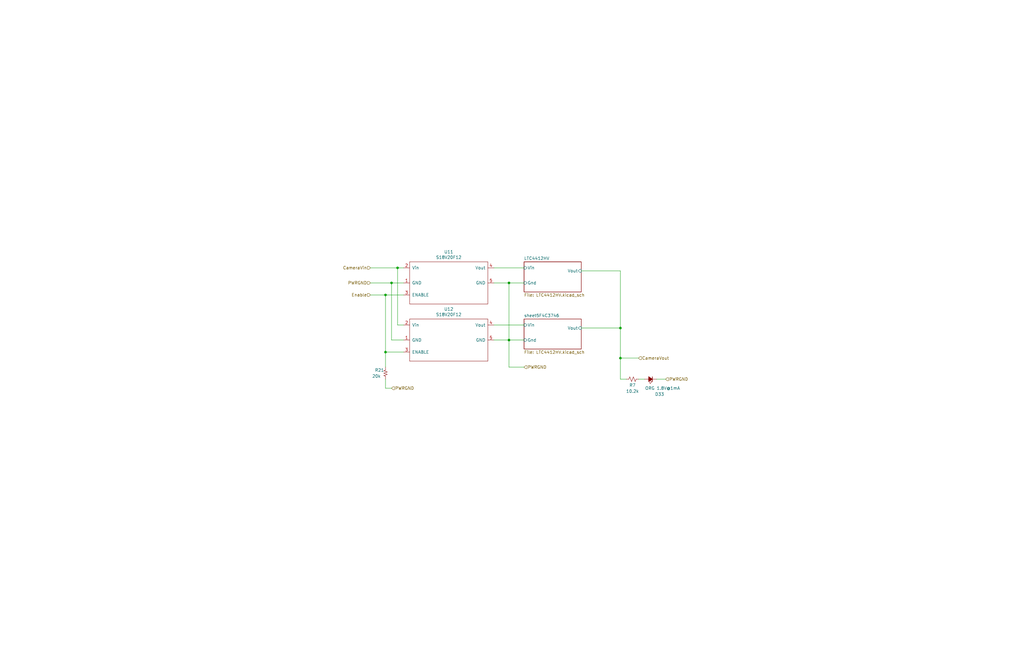
<source format=kicad_sch>
(kicad_sch (version 20211123) (generator eeschema)
  (paper "B")
  (title_block (title "Dual-Mag-Camera-Control") (date "2020-08-24") (rev "A") (company "Guatek"))
  (lib_symbols
    (symbol "Device:LED_Small_ALT" (pin_numbers hide) (pin_names (offset 0.254) hide)
      (property "Reference" "D" (at -1.27 3.175 0))
      (property "Value" "Device_LED_Small_ALT" (at -4.445 -2.54 0))
      (symbol "LED_Small_ALT_0_1"
        (polyline (pts (xy -0.762 -1.016) (xy -0.762 1.016)) (stroke (width 0.254)))
        (polyline (pts (xy 1.016 0) (xy -0.762 0)))
        (polyline (pts (xy 0.762 -1.016) (xy -0.762 0) (xy 0.762 1.016) (xy 0.762 -1.016)) (stroke (width 0.254)) (fill (type outline)))
        (polyline (pts (xy 0 0.762) (xy -0.508 1.27) (xy -0.254 1.27) (xy -0.508 1.27) (xy -0.508 1.016)))
        (polyline (pts (xy 0.508 1.27) (xy 0 1.778) (xy 0.254 1.778) (xy 0 1.778) (xy 0 1.524)))
      )
      (symbol "LED_Small_ALT_1_1"
        (pin passive line (at -2.54 0 0) (length 1.778) (name "K") (number "1"))
        (pin passive line (at 2.54 0 180) (length 1.778) (name "A") (number "2"))
      )
    )
    (symbol "Device:R_Small_US" (pin_numbers hide) (pin_names (offset 0.254) hide)
      (property "Reference" "R" (at 0.762 0.508 0))
      (property "Value" "R_Small_US" (at 0.762 -1.016 0))
      (symbol "R_Small_US_1_1"
        (polyline (pts (xy 0 0) (xy 1.016 -0.381) (xy 0 -0.762) (xy -1.016 -1.143) (xy 0 -1.524)))
        (polyline (pts (xy 0 1.524) (xy 1.016 1.143) (xy 0 0.762) (xy -1.016 0.381) (xy 0 0)))
        (pin passive line (at 0 2.54 270) (length 1.016) (name "~") (number "1"))
        (pin passive line (at 0 -2.54 90) (length 1.016) (name "~") (number "2"))
      )
    )
    (symbol "Dual-Mag-Camera-Control-rescue:Resistor_small-SPC-Control-rescue-DeathStar-rescue-BUMP-Control-rescue" (pin_numbers hide) (pin_names (offset 0))
      (property "Reference" "R" (at 2.032 0 90))
      (property "Value" "Resistor_small-SPC-Control-rescue-DeathStar-rescue-BUMP-Control-rescue" (at -2.032 0.254 90))
      (symbol "Resistor_small-SPC-Control-rescue-DeathStar-rescue-BUMP-Control-rescue_0_1"
        (polyline (pts (xy 0 1.27) (xy -0.762 1.016) (xy 0.762 0.508) (xy -0.762 0) (xy 0.762 -0.508) (xy -0.762 -1.016) (xy 0 -1.27)))
      )
      (symbol "Resistor_small-SPC-Control-rescue-DeathStar-rescue-BUMP-Control-rescue_1_1"
        (pin passive line (at 0 2.54 270) (length 1.27) (name "~") (number "1"))
        (pin passive line (at 0 -2.54 90) (length 1.27) (name "~") (number "2"))
      )
    )
    (symbol "Dual-Mag-Camera-Control-rescue:S18V20F12-ProjectDevices" (pin_names (offset 1.016))
      (property "Reference" "U" (at 15.24 10.16 0))
      (property "Value" "S18V20F12-ProjectDevices" (at -11.43 10.16 0))
      (symbol "S18V20F12-ProjectDevices_0_1"
        (rectangle (start -16.51 8.89) (end 16.51 -8.89))
      )
      (symbol "S18V20F12-ProjectDevices_1_1"
        (pin bidirectional line (at -19.05 0 0) (length 2.54) (name "GND") (number "1"))
        (pin bidirectional line (at -19.05 6.35 0) (length 2.54) (name "Vin") (number "2"))
        (pin bidirectional line (at -19.05 -5.08 0) (length 2.54) (name "ENABLE") (number "3"))
        (pin bidirectional line (at 19.05 6.35 180) (length 2.54) (name "Vout") (number "4"))
        (pin bidirectional line (at 19.05 0 180) (length 2.54) (name "GND") (number "5"))
      )
    )
  )
  (junction (at 214.63 143.51))
  (junction (at 162.56 148.59))
  (junction (at 167.64 113.03))
  (junction (at 261.62 138.43))
  (junction (at 214.63 119.38))
  (junction (at 261.62 151.13))
  (junction (at 165.1 119.38))
  (junction (at 162.56 124.46))
  (wire (pts (xy 261.62 114.3) (xy 261.62 138.43)))
  (wire (pts (xy 165.1 143.51) (xy 170.18 143.51)))
  (wire (pts (xy 167.64 137.16) (xy 170.18 137.16)))
  (wire (pts (xy 261.62 151.13) (xy 269.24 151.13)))
  (wire (pts (xy 162.56 148.59) (xy 162.56 154.94)))
  (wire (pts (xy 214.63 119.38) (xy 208.28 119.38)))
  (wire (pts (xy 167.64 113.03) (xy 167.64 137.16)))
  (wire (pts (xy 261.62 160.02) (xy 264.16 160.02)))
  (wire (pts (xy 214.63 143.51) (xy 208.28 143.51)))
  (wire (pts (xy 208.28 113.03) (xy 220.98 113.03)))
  (wire (pts (xy 162.56 124.46) (xy 162.56 148.59)))
  (wire (pts (xy 156.21 113.03) (xy 167.64 113.03)))
  (wire (pts (xy 220.98 143.51) (xy 214.63 143.51)))
  (wire (pts (xy 214.63 154.94) (xy 220.98 154.94)))
  (wire (pts (xy 165.1 119.38) (xy 165.1 143.51)))
  (wire (pts (xy 165.1 119.38) (xy 170.18 119.38)))
  (wire (pts (xy 208.28 137.16) (xy 220.98 137.16)))
  (wire (pts (xy 170.18 124.46) (xy 162.56 124.46)))
  (wire (pts (xy 165.1 163.83) (xy 162.56 163.83)))
  (wire (pts (xy 220.98 119.38) (xy 214.63 119.38)))
  (wire (pts (xy 162.56 148.59) (xy 170.18 148.59)))
  (wire (pts (xy 167.64 113.03) (xy 170.18 113.03)))
  (wire (pts (xy 214.63 119.38) (xy 214.63 143.51)))
  (wire (pts (xy 245.11 114.3) (xy 261.62 114.3)))
  (wire (pts (xy 261.62 151.13) (xy 261.62 160.02)))
  (wire (pts (xy 162.56 160.02) (xy 162.56 163.83)))
  (wire (pts (xy 269.24 160.02) (xy 271.78 160.02)))
  (wire (pts (xy 245.11 138.43) (xy 261.62 138.43)))
  (wire (pts (xy 156.21 119.38) (xy 165.1 119.38)))
  (wire (pts (xy 214.63 143.51) (xy 214.63 154.94)))
  (wire (pts (xy 276.86 160.02) (xy 280.67 160.02)))
  (wire (pts (xy 261.62 138.43) (xy 261.62 151.13)))
  (wire (pts (xy 162.56 124.46) (xy 156.21 124.46)))
  (hierarchical_label "CameraVout" (shape input) (at 269.24 151.13 0))
  (hierarchical_label "CameraVin" (shape input) (at 156.21 113.03 180))
  (hierarchical_label "Enable" (shape input) (at 156.21 124.46 180))
  (hierarchical_label "PWRGND" (shape input) (at 220.98 154.94 0))
  (hierarchical_label "PWRGND" (shape input) (at 156.21 119.38 180))
  (hierarchical_label "PWRGND" (shape input) (at 280.67 160.02 0))
  (hierarchical_label "PWRGND" (shape input) (at 165.1 163.83 0))
  (symbol (lib_id "Dual-Mag-Camera-Control-rescue:S18V20F12-ProjectDevices") (at 189.23 119.38 0) (unit 1)
    (property "Reference" "U11" (at 189.23 106.299 0))
    (property "Value" "S18V20F12" (at 189.23 108.6104 0))
    (property "Footprint" "ProjectFootprints:S18V20x" (effects hide))
    (property "Datasheet" "https://www.pololu.com/product-info-merged/2577" (effects hide))
    (property "Part Number" "2183-2577-ND" (effects hide))
    (property "Supplier" "Digikey" (effects hide))
    (property "Link" "https://www.digikey.com/products/en/power-supplies-board-mount/dc-dc-converters/922?k=pololu&k=&pkeyword=pololu&sv=0&s=80501&sf=0&FV=-8%7C922%2C1525%7C87718&quantity=&ColumnSort=0&page=1&stock=1&pageSize=25" (effects hide))
  )
  (symbol (lib_id "Dual-Mag-Camera-Control-rescue:S18V20F12-ProjectDevices") (at 189.23 143.51 0) (unit 1)
    (property "Reference" "U12" (at 189.23 130.429 0))
    (property "Value" "S18V20F12" (at 189.23 132.7404 0))
    (property "Footprint" "ProjectFootprints:S18V20x" (effects hide))
    (property "Datasheet" "https://www.pololu.com/product-info-merged/2577" (effects hide))
    (property "Part Number" "2183-2577-ND" (effects hide))
    (property "Supplier" "Digikey" (effects hide))
    (property "Link" "https://www.digikey.com/products/en/power-supplies-board-mount/dc-dc-converters/922?k=pololu&k=&pkeyword=pololu&sv=0&s=80501&sf=0&FV=-8%7C922%2C1525%7C87718&quantity=&ColumnSort=0&page=1&stock=1&pageSize=25" (effects hide))
  )
  (symbol (lib_id "Device:R_Small_US") (at 266.7 160.02 270) (unit 1)
    (property "Reference" "R7" (at 266.7 162.56 90))
    (property "Value" "10.2k" (at 266.7 165.1 90))
    (property "Footprint" "Resistor_SMD:R_0603_1608Metric_Pad1.05x0.95mm_HandSolder" (effects hide))
    (property "Datasheet" "https://industrial.panasonic.com/cdbs/www-data/pdf/RDA0000/AOA0000C304.pdf" (effects hide))
    (property "Part Number" "P10.2KHTR-ND" (effects hide))
    (property "Supplier" "Digikey" (effects hide))
    (property "Link" "https://www.digikey.com/en/products/detail/panasonic-electronic-components/ERJ-3EKF1022V/196068" (effects hide))
  )
  (symbol (lib_id "Device:LED_Small_ALT") (at 274.32 160.02 180) (unit 1)
    (property "Reference" "D33" (at 278.13 166.37 0))
    (property "Value" "ORG 1.8V@1mA" (at 279.4 163.83 0))
    (property "Footprint" "LED_SMD:LED_0603_1608Metric" (effects hide))
    (property "Datasheet" "https://dammedia.osram.info/media/resource/hires/osram-dam-2493882/LO%20L29K.pdf" (effects hide))
    (property "Part Number" "475-2740-2-ND" (effects hide))
    (property "Supplier" "Digikey" (effects hide))
    (property "Link" "https://www.digikey.com/en/products/detail/osram-opto-semiconductors-inc/LO-L29K-H2K1-24-Z/1938771" (effects hide))
  )
  (symbol (lib_id "Dual-Mag-Camera-Control-rescue:Resistor_small-SPC-Control-rescue-DeathStar-rescue-BUMP-Control-rescue") (at 162.56 157.48 0) (unit 1)
    (property "Reference" "R21" (at 160.02 156.21 0))
    (property "Value" "20k" (at 158.75 158.75 0))
    (property "Footprint" "Resistor_SMD:R_0603_1608Metric_Pad0.98x0.95mm_HandSolder" (effects hide))
    (property "Datasheet" "http://www.vishay.com/docs/28705/mcx0x0xpro.pdf" (effects hide))
    (property "Part Number" "MCT0603-20.0K-CFCT-ND" (effects hide))
    (property "Supplier" "Digikey" (effects hide))
    (property "Link" "https://www.digikey.com/en/products/detail/vishay-beyschlag-draloric-bc-components/MCT06030C2002FP500/1850447?s=N4IgTCBcDaILIGEAqAGAbCgzChYUrADEAFAVnxAF0BfIA" (effects hide))
  )
  (sheet (at 220.98 110.49) (size 24.13 12.7)
    (property "Sheet name" "LTC4412HV" (at 220.98 109.7784 0) (effects (justify left bottom)))
    (property "Sheet file" "LTC4412HV.kicad_sch" (at 220.98 123.7746 0) (effects (justify left top)))
    (pin "Vin" input (at 220.98 113.03 180))
    (pin "Vout" input (at 245.11 114.3 0))
    (pin "Gnd" input (at 220.98 119.38 180))
  )
  (sheet (at 220.98 134.62) (size 24.13 12.7)
    (property "Sheet name" "sheet5F4C3746" (at 220.98 133.9084 0) (effects (justify left bottom)))
    (property "Sheet file" "LTC4412HV.kicad_sch" (at 220.98 147.9046 0) (effects (justify left top)))
    (pin "Vin" input (at 220.98 137.16 180))
    (pin "Vout" input (at 245.11 138.43 0))
    (pin "Gnd" input (at 220.98 143.51 180))
  )
)
</source>
